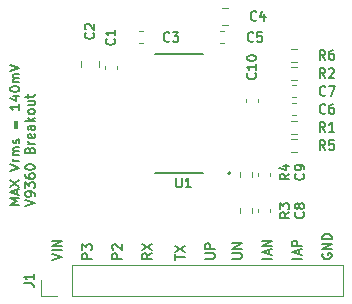
<source format=gbr>
%TF.GenerationSoftware,KiCad,Pcbnew,7.0.7*%
%TF.CreationDate,2025-01-01T22:23:07+10:30*%
%TF.ProjectId,V9360_Breakout,56393336-305f-4427-9265-616b6f75742e,rev?*%
%TF.SameCoordinates,Original*%
%TF.FileFunction,Legend,Top*%
%TF.FilePolarity,Positive*%
%FSLAX46Y46*%
G04 Gerber Fmt 4.6, Leading zero omitted, Abs format (unit mm)*
G04 Created by KiCad (PCBNEW 7.0.7) date 2025-01-01 22:23:07*
%MOMM*%
%LPD*%
G01*
G04 APERTURE LIST*
%ADD10C,0.200000*%
%ADD11C,0.120000*%
%ADD12C,0.127000*%
G04 APERTURE END LIST*
D10*
X138283695Y-106726231D02*
X138283695Y-106269088D01*
X139083695Y-106497660D02*
X138283695Y-106497660D01*
X138283695Y-106078612D02*
X139083695Y-105545278D01*
X138283695Y-105545278D02*
X139083695Y-106078612D01*
X143109695Y-106611945D02*
X143757314Y-106611945D01*
X143757314Y-106611945D02*
X143833504Y-106573850D01*
X143833504Y-106573850D02*
X143871600Y-106535755D01*
X143871600Y-106535755D02*
X143909695Y-106459564D01*
X143909695Y-106459564D02*
X143909695Y-106307183D01*
X143909695Y-106307183D02*
X143871600Y-106230993D01*
X143871600Y-106230993D02*
X143833504Y-106192898D01*
X143833504Y-106192898D02*
X143757314Y-106154802D01*
X143757314Y-106154802D02*
X143109695Y-106154802D01*
X143909695Y-105773850D02*
X143109695Y-105773850D01*
X143109695Y-105773850D02*
X143909695Y-105316707D01*
X143909695Y-105316707D02*
X143109695Y-105316707D01*
X140823695Y-106611945D02*
X141471314Y-106611945D01*
X141471314Y-106611945D02*
X141547504Y-106573850D01*
X141547504Y-106573850D02*
X141585600Y-106535755D01*
X141585600Y-106535755D02*
X141623695Y-106459564D01*
X141623695Y-106459564D02*
X141623695Y-106307183D01*
X141623695Y-106307183D02*
X141585600Y-106230993D01*
X141585600Y-106230993D02*
X141547504Y-106192898D01*
X141547504Y-106192898D02*
X141471314Y-106154802D01*
X141471314Y-106154802D02*
X140823695Y-106154802D01*
X141623695Y-105773850D02*
X140823695Y-105773850D01*
X140823695Y-105773850D02*
X140823695Y-105469088D01*
X140823695Y-105469088D02*
X140861790Y-105392898D01*
X140861790Y-105392898D02*
X140899885Y-105354803D01*
X140899885Y-105354803D02*
X140976076Y-105316707D01*
X140976076Y-105316707D02*
X141090361Y-105316707D01*
X141090361Y-105316707D02*
X141166552Y-105354803D01*
X141166552Y-105354803D02*
X141204647Y-105392898D01*
X141204647Y-105392898D02*
X141242742Y-105469088D01*
X141242742Y-105469088D02*
X141242742Y-105773850D01*
X150767790Y-106192898D02*
X150729695Y-106269088D01*
X150729695Y-106269088D02*
X150729695Y-106383374D01*
X150729695Y-106383374D02*
X150767790Y-106497660D01*
X150767790Y-106497660D02*
X150843980Y-106573850D01*
X150843980Y-106573850D02*
X150920171Y-106611945D01*
X150920171Y-106611945D02*
X151072552Y-106650041D01*
X151072552Y-106650041D02*
X151186838Y-106650041D01*
X151186838Y-106650041D02*
X151339219Y-106611945D01*
X151339219Y-106611945D02*
X151415409Y-106573850D01*
X151415409Y-106573850D02*
X151491600Y-106497660D01*
X151491600Y-106497660D02*
X151529695Y-106383374D01*
X151529695Y-106383374D02*
X151529695Y-106307183D01*
X151529695Y-106307183D02*
X151491600Y-106192898D01*
X151491600Y-106192898D02*
X151453504Y-106154802D01*
X151453504Y-106154802D02*
X151186838Y-106154802D01*
X151186838Y-106154802D02*
X151186838Y-106307183D01*
X151529695Y-105811945D02*
X150729695Y-105811945D01*
X150729695Y-105811945D02*
X151529695Y-105354802D01*
X151529695Y-105354802D02*
X150729695Y-105354802D01*
X151529695Y-104973850D02*
X150729695Y-104973850D01*
X150729695Y-104973850D02*
X150729695Y-104783374D01*
X150729695Y-104783374D02*
X150767790Y-104669088D01*
X150767790Y-104669088D02*
X150843980Y-104592898D01*
X150843980Y-104592898D02*
X150920171Y-104554803D01*
X150920171Y-104554803D02*
X151072552Y-104516707D01*
X151072552Y-104516707D02*
X151186838Y-104516707D01*
X151186838Y-104516707D02*
X151339219Y-104554803D01*
X151339219Y-104554803D02*
X151415409Y-104592898D01*
X151415409Y-104592898D02*
X151491600Y-104669088D01*
X151491600Y-104669088D02*
X151529695Y-104783374D01*
X151529695Y-104783374D02*
X151529695Y-104973850D01*
X125095695Y-102039945D02*
X124295695Y-102039945D01*
X124295695Y-102039945D02*
X124867123Y-101773279D01*
X124867123Y-101773279D02*
X124295695Y-101506612D01*
X124295695Y-101506612D02*
X125095695Y-101506612D01*
X124867123Y-101163755D02*
X124867123Y-100782802D01*
X125095695Y-101239945D02*
X124295695Y-100973278D01*
X124295695Y-100973278D02*
X125095695Y-100706612D01*
X124295695Y-100516136D02*
X125095695Y-99982802D01*
X124295695Y-99982802D02*
X125095695Y-100516136D01*
X124295695Y-99182802D02*
X125095695Y-98916135D01*
X125095695Y-98916135D02*
X124295695Y-98649469D01*
X125095695Y-98382802D02*
X124562361Y-98382802D01*
X124714742Y-98382802D02*
X124638552Y-98344707D01*
X124638552Y-98344707D02*
X124600457Y-98306612D01*
X124600457Y-98306612D02*
X124562361Y-98230421D01*
X124562361Y-98230421D02*
X124562361Y-98154231D01*
X125095695Y-97887564D02*
X124562361Y-97887564D01*
X124638552Y-97887564D02*
X124600457Y-97849469D01*
X124600457Y-97849469D02*
X124562361Y-97773279D01*
X124562361Y-97773279D02*
X124562361Y-97658993D01*
X124562361Y-97658993D02*
X124600457Y-97582802D01*
X124600457Y-97582802D02*
X124676647Y-97544707D01*
X124676647Y-97544707D02*
X125095695Y-97544707D01*
X124676647Y-97544707D02*
X124600457Y-97506612D01*
X124600457Y-97506612D02*
X124562361Y-97430421D01*
X124562361Y-97430421D02*
X124562361Y-97316136D01*
X124562361Y-97316136D02*
X124600457Y-97239945D01*
X124600457Y-97239945D02*
X124676647Y-97201850D01*
X124676647Y-97201850D02*
X125095695Y-97201850D01*
X125057600Y-96858993D02*
X125095695Y-96782802D01*
X125095695Y-96782802D02*
X125095695Y-96630421D01*
X125095695Y-96630421D02*
X125057600Y-96554231D01*
X125057600Y-96554231D02*
X124981409Y-96516135D01*
X124981409Y-96516135D02*
X124943314Y-96516135D01*
X124943314Y-96516135D02*
X124867123Y-96554231D01*
X124867123Y-96554231D02*
X124829028Y-96630421D01*
X124829028Y-96630421D02*
X124829028Y-96744707D01*
X124829028Y-96744707D02*
X124790933Y-96820897D01*
X124790933Y-96820897D02*
X124714742Y-96858993D01*
X124714742Y-96858993D02*
X124676647Y-96858993D01*
X124676647Y-96858993D02*
X124600457Y-96820897D01*
X124600457Y-96820897D02*
X124562361Y-96744707D01*
X124562361Y-96744707D02*
X124562361Y-96630421D01*
X124562361Y-96630421D02*
X124600457Y-96554231D01*
X124676647Y-95563754D02*
X124676647Y-94954231D01*
X124905219Y-94954231D02*
X124905219Y-95563754D01*
X125095695Y-93544707D02*
X125095695Y-94001850D01*
X125095695Y-93773278D02*
X124295695Y-93773278D01*
X124295695Y-93773278D02*
X124409980Y-93849469D01*
X124409980Y-93849469D02*
X124486171Y-93925659D01*
X124486171Y-93925659D02*
X124524266Y-94001850D01*
X124562361Y-92858992D02*
X125095695Y-92858992D01*
X124257600Y-93049468D02*
X124829028Y-93239945D01*
X124829028Y-93239945D02*
X124829028Y-92744706D01*
X124295695Y-92287563D02*
X124295695Y-92211373D01*
X124295695Y-92211373D02*
X124333790Y-92135182D01*
X124333790Y-92135182D02*
X124371885Y-92097087D01*
X124371885Y-92097087D02*
X124448076Y-92058992D01*
X124448076Y-92058992D02*
X124600457Y-92020897D01*
X124600457Y-92020897D02*
X124790933Y-92020897D01*
X124790933Y-92020897D02*
X124943314Y-92058992D01*
X124943314Y-92058992D02*
X125019504Y-92097087D01*
X125019504Y-92097087D02*
X125057600Y-92135182D01*
X125057600Y-92135182D02*
X125095695Y-92211373D01*
X125095695Y-92211373D02*
X125095695Y-92287563D01*
X125095695Y-92287563D02*
X125057600Y-92363754D01*
X125057600Y-92363754D02*
X125019504Y-92401849D01*
X125019504Y-92401849D02*
X124943314Y-92439944D01*
X124943314Y-92439944D02*
X124790933Y-92478040D01*
X124790933Y-92478040D02*
X124600457Y-92478040D01*
X124600457Y-92478040D02*
X124448076Y-92439944D01*
X124448076Y-92439944D02*
X124371885Y-92401849D01*
X124371885Y-92401849D02*
X124333790Y-92363754D01*
X124333790Y-92363754D02*
X124295695Y-92287563D01*
X125095695Y-91678039D02*
X124562361Y-91678039D01*
X124638552Y-91678039D02*
X124600457Y-91639944D01*
X124600457Y-91639944D02*
X124562361Y-91563754D01*
X124562361Y-91563754D02*
X124562361Y-91449468D01*
X124562361Y-91449468D02*
X124600457Y-91373277D01*
X124600457Y-91373277D02*
X124676647Y-91335182D01*
X124676647Y-91335182D02*
X125095695Y-91335182D01*
X124676647Y-91335182D02*
X124600457Y-91297087D01*
X124600457Y-91297087D02*
X124562361Y-91220896D01*
X124562361Y-91220896D02*
X124562361Y-91106611D01*
X124562361Y-91106611D02*
X124600457Y-91030420D01*
X124600457Y-91030420D02*
X124676647Y-90992325D01*
X124676647Y-90992325D02*
X125095695Y-90992325D01*
X124295695Y-90725658D02*
X125095695Y-90458991D01*
X125095695Y-90458991D02*
X124295695Y-90192325D01*
X125583695Y-102154231D02*
X126383695Y-101887564D01*
X126383695Y-101887564D02*
X125583695Y-101620898D01*
X126383695Y-101316136D02*
X126383695Y-101163755D01*
X126383695Y-101163755D02*
X126345600Y-101087565D01*
X126345600Y-101087565D02*
X126307504Y-101049469D01*
X126307504Y-101049469D02*
X126193219Y-100973279D01*
X126193219Y-100973279D02*
X126040838Y-100935184D01*
X126040838Y-100935184D02*
X125736076Y-100935184D01*
X125736076Y-100935184D02*
X125659885Y-100973279D01*
X125659885Y-100973279D02*
X125621790Y-101011374D01*
X125621790Y-101011374D02*
X125583695Y-101087565D01*
X125583695Y-101087565D02*
X125583695Y-101239946D01*
X125583695Y-101239946D02*
X125621790Y-101316136D01*
X125621790Y-101316136D02*
X125659885Y-101354231D01*
X125659885Y-101354231D02*
X125736076Y-101392327D01*
X125736076Y-101392327D02*
X125926552Y-101392327D01*
X125926552Y-101392327D02*
X126002742Y-101354231D01*
X126002742Y-101354231D02*
X126040838Y-101316136D01*
X126040838Y-101316136D02*
X126078933Y-101239946D01*
X126078933Y-101239946D02*
X126078933Y-101087565D01*
X126078933Y-101087565D02*
X126040838Y-101011374D01*
X126040838Y-101011374D02*
X126002742Y-100973279D01*
X126002742Y-100973279D02*
X125926552Y-100935184D01*
X125583695Y-100668517D02*
X125583695Y-100173279D01*
X125583695Y-100173279D02*
X125888457Y-100439945D01*
X125888457Y-100439945D02*
X125888457Y-100325660D01*
X125888457Y-100325660D02*
X125926552Y-100249469D01*
X125926552Y-100249469D02*
X125964647Y-100211374D01*
X125964647Y-100211374D02*
X126040838Y-100173279D01*
X126040838Y-100173279D02*
X126231314Y-100173279D01*
X126231314Y-100173279D02*
X126307504Y-100211374D01*
X126307504Y-100211374D02*
X126345600Y-100249469D01*
X126345600Y-100249469D02*
X126383695Y-100325660D01*
X126383695Y-100325660D02*
X126383695Y-100554231D01*
X126383695Y-100554231D02*
X126345600Y-100630422D01*
X126345600Y-100630422D02*
X126307504Y-100668517D01*
X125583695Y-99487564D02*
X125583695Y-99639945D01*
X125583695Y-99639945D02*
X125621790Y-99716136D01*
X125621790Y-99716136D02*
X125659885Y-99754231D01*
X125659885Y-99754231D02*
X125774171Y-99830421D01*
X125774171Y-99830421D02*
X125926552Y-99868517D01*
X125926552Y-99868517D02*
X126231314Y-99868517D01*
X126231314Y-99868517D02*
X126307504Y-99830421D01*
X126307504Y-99830421D02*
X126345600Y-99792326D01*
X126345600Y-99792326D02*
X126383695Y-99716136D01*
X126383695Y-99716136D02*
X126383695Y-99563755D01*
X126383695Y-99563755D02*
X126345600Y-99487564D01*
X126345600Y-99487564D02*
X126307504Y-99449469D01*
X126307504Y-99449469D02*
X126231314Y-99411374D01*
X126231314Y-99411374D02*
X126040838Y-99411374D01*
X126040838Y-99411374D02*
X125964647Y-99449469D01*
X125964647Y-99449469D02*
X125926552Y-99487564D01*
X125926552Y-99487564D02*
X125888457Y-99563755D01*
X125888457Y-99563755D02*
X125888457Y-99716136D01*
X125888457Y-99716136D02*
X125926552Y-99792326D01*
X125926552Y-99792326D02*
X125964647Y-99830421D01*
X125964647Y-99830421D02*
X126040838Y-99868517D01*
X125583695Y-98916135D02*
X125583695Y-98839945D01*
X125583695Y-98839945D02*
X125621790Y-98763754D01*
X125621790Y-98763754D02*
X125659885Y-98725659D01*
X125659885Y-98725659D02*
X125736076Y-98687564D01*
X125736076Y-98687564D02*
X125888457Y-98649469D01*
X125888457Y-98649469D02*
X126078933Y-98649469D01*
X126078933Y-98649469D02*
X126231314Y-98687564D01*
X126231314Y-98687564D02*
X126307504Y-98725659D01*
X126307504Y-98725659D02*
X126345600Y-98763754D01*
X126345600Y-98763754D02*
X126383695Y-98839945D01*
X126383695Y-98839945D02*
X126383695Y-98916135D01*
X126383695Y-98916135D02*
X126345600Y-98992326D01*
X126345600Y-98992326D02*
X126307504Y-99030421D01*
X126307504Y-99030421D02*
X126231314Y-99068516D01*
X126231314Y-99068516D02*
X126078933Y-99106612D01*
X126078933Y-99106612D02*
X125888457Y-99106612D01*
X125888457Y-99106612D02*
X125736076Y-99068516D01*
X125736076Y-99068516D02*
X125659885Y-99030421D01*
X125659885Y-99030421D02*
X125621790Y-98992326D01*
X125621790Y-98992326D02*
X125583695Y-98916135D01*
X125964647Y-97430421D02*
X126002742Y-97316135D01*
X126002742Y-97316135D02*
X126040838Y-97278040D01*
X126040838Y-97278040D02*
X126117028Y-97239944D01*
X126117028Y-97239944D02*
X126231314Y-97239944D01*
X126231314Y-97239944D02*
X126307504Y-97278040D01*
X126307504Y-97278040D02*
X126345600Y-97316135D01*
X126345600Y-97316135D02*
X126383695Y-97392325D01*
X126383695Y-97392325D02*
X126383695Y-97697087D01*
X126383695Y-97697087D02*
X125583695Y-97697087D01*
X125583695Y-97697087D02*
X125583695Y-97430421D01*
X125583695Y-97430421D02*
X125621790Y-97354230D01*
X125621790Y-97354230D02*
X125659885Y-97316135D01*
X125659885Y-97316135D02*
X125736076Y-97278040D01*
X125736076Y-97278040D02*
X125812266Y-97278040D01*
X125812266Y-97278040D02*
X125888457Y-97316135D01*
X125888457Y-97316135D02*
X125926552Y-97354230D01*
X125926552Y-97354230D02*
X125964647Y-97430421D01*
X125964647Y-97430421D02*
X125964647Y-97697087D01*
X126383695Y-96897087D02*
X125850361Y-96897087D01*
X126002742Y-96897087D02*
X125926552Y-96858992D01*
X125926552Y-96858992D02*
X125888457Y-96820897D01*
X125888457Y-96820897D02*
X125850361Y-96744706D01*
X125850361Y-96744706D02*
X125850361Y-96668516D01*
X126345600Y-96097087D02*
X126383695Y-96173278D01*
X126383695Y-96173278D02*
X126383695Y-96325659D01*
X126383695Y-96325659D02*
X126345600Y-96401849D01*
X126345600Y-96401849D02*
X126269409Y-96439945D01*
X126269409Y-96439945D02*
X125964647Y-96439945D01*
X125964647Y-96439945D02*
X125888457Y-96401849D01*
X125888457Y-96401849D02*
X125850361Y-96325659D01*
X125850361Y-96325659D02*
X125850361Y-96173278D01*
X125850361Y-96173278D02*
X125888457Y-96097087D01*
X125888457Y-96097087D02*
X125964647Y-96058992D01*
X125964647Y-96058992D02*
X126040838Y-96058992D01*
X126040838Y-96058992D02*
X126117028Y-96439945D01*
X126383695Y-95373278D02*
X125964647Y-95373278D01*
X125964647Y-95373278D02*
X125888457Y-95411373D01*
X125888457Y-95411373D02*
X125850361Y-95487564D01*
X125850361Y-95487564D02*
X125850361Y-95639945D01*
X125850361Y-95639945D02*
X125888457Y-95716135D01*
X126345600Y-95373278D02*
X126383695Y-95449469D01*
X126383695Y-95449469D02*
X126383695Y-95639945D01*
X126383695Y-95639945D02*
X126345600Y-95716135D01*
X126345600Y-95716135D02*
X126269409Y-95754231D01*
X126269409Y-95754231D02*
X126193219Y-95754231D01*
X126193219Y-95754231D02*
X126117028Y-95716135D01*
X126117028Y-95716135D02*
X126078933Y-95639945D01*
X126078933Y-95639945D02*
X126078933Y-95449469D01*
X126078933Y-95449469D02*
X126040838Y-95373278D01*
X126383695Y-94992325D02*
X125583695Y-94992325D01*
X126078933Y-94916135D02*
X126383695Y-94687563D01*
X125850361Y-94687563D02*
X126155123Y-94992325D01*
X126383695Y-94230421D02*
X126345600Y-94306611D01*
X126345600Y-94306611D02*
X126307504Y-94344706D01*
X126307504Y-94344706D02*
X126231314Y-94382802D01*
X126231314Y-94382802D02*
X126002742Y-94382802D01*
X126002742Y-94382802D02*
X125926552Y-94344706D01*
X125926552Y-94344706D02*
X125888457Y-94306611D01*
X125888457Y-94306611D02*
X125850361Y-94230421D01*
X125850361Y-94230421D02*
X125850361Y-94116135D01*
X125850361Y-94116135D02*
X125888457Y-94039944D01*
X125888457Y-94039944D02*
X125926552Y-94001849D01*
X125926552Y-94001849D02*
X126002742Y-93963754D01*
X126002742Y-93963754D02*
X126231314Y-93963754D01*
X126231314Y-93963754D02*
X126307504Y-94001849D01*
X126307504Y-94001849D02*
X126345600Y-94039944D01*
X126345600Y-94039944D02*
X126383695Y-94116135D01*
X126383695Y-94116135D02*
X126383695Y-94230421D01*
X125850361Y-93278039D02*
X126383695Y-93278039D01*
X125850361Y-93620896D02*
X126269409Y-93620896D01*
X126269409Y-93620896D02*
X126345600Y-93582801D01*
X126345600Y-93582801D02*
X126383695Y-93506611D01*
X126383695Y-93506611D02*
X126383695Y-93392325D01*
X126383695Y-93392325D02*
X126345600Y-93316134D01*
X126345600Y-93316134D02*
X126307504Y-93278039D01*
X125850361Y-93011372D02*
X125850361Y-92706610D01*
X125583695Y-92897086D02*
X126269409Y-92897086D01*
X126269409Y-92897086D02*
X126345600Y-92858991D01*
X126345600Y-92858991D02*
X126383695Y-92782801D01*
X126383695Y-92782801D02*
X126383695Y-92706610D01*
X146449695Y-106611945D02*
X145649695Y-106611945D01*
X146221123Y-106269089D02*
X146221123Y-105888136D01*
X146449695Y-106345279D02*
X145649695Y-106078612D01*
X145649695Y-106078612D02*
X146449695Y-105811946D01*
X146449695Y-105545279D02*
X145649695Y-105545279D01*
X145649695Y-105545279D02*
X146449695Y-105088136D01*
X146449695Y-105088136D02*
X145649695Y-105088136D01*
X131209695Y-106611945D02*
X130409695Y-106611945D01*
X130409695Y-106611945D02*
X130409695Y-106307183D01*
X130409695Y-106307183D02*
X130447790Y-106230993D01*
X130447790Y-106230993D02*
X130485885Y-106192898D01*
X130485885Y-106192898D02*
X130562076Y-106154802D01*
X130562076Y-106154802D02*
X130676361Y-106154802D01*
X130676361Y-106154802D02*
X130752552Y-106192898D01*
X130752552Y-106192898D02*
X130790647Y-106230993D01*
X130790647Y-106230993D02*
X130828742Y-106307183D01*
X130828742Y-106307183D02*
X130828742Y-106611945D01*
X130409695Y-105888136D02*
X130409695Y-105392898D01*
X130409695Y-105392898D02*
X130714457Y-105659564D01*
X130714457Y-105659564D02*
X130714457Y-105545279D01*
X130714457Y-105545279D02*
X130752552Y-105469088D01*
X130752552Y-105469088D02*
X130790647Y-105430993D01*
X130790647Y-105430993D02*
X130866838Y-105392898D01*
X130866838Y-105392898D02*
X131057314Y-105392898D01*
X131057314Y-105392898D02*
X131133504Y-105430993D01*
X131133504Y-105430993D02*
X131171600Y-105469088D01*
X131171600Y-105469088D02*
X131209695Y-105545279D01*
X131209695Y-105545279D02*
X131209695Y-105773850D01*
X131209695Y-105773850D02*
X131171600Y-105850041D01*
X131171600Y-105850041D02*
X131133504Y-105888136D01*
X148989695Y-106611945D02*
X148189695Y-106611945D01*
X148761123Y-106269089D02*
X148761123Y-105888136D01*
X148989695Y-106345279D02*
X148189695Y-106078612D01*
X148189695Y-106078612D02*
X148989695Y-105811946D01*
X148989695Y-105545279D02*
X148189695Y-105545279D01*
X148189695Y-105545279D02*
X148189695Y-105240517D01*
X148189695Y-105240517D02*
X148227790Y-105164327D01*
X148227790Y-105164327D02*
X148265885Y-105126232D01*
X148265885Y-105126232D02*
X148342076Y-105088136D01*
X148342076Y-105088136D02*
X148456361Y-105088136D01*
X148456361Y-105088136D02*
X148532552Y-105126232D01*
X148532552Y-105126232D02*
X148570647Y-105164327D01*
X148570647Y-105164327D02*
X148608742Y-105240517D01*
X148608742Y-105240517D02*
X148608742Y-105545279D01*
X133749695Y-106611945D02*
X132949695Y-106611945D01*
X132949695Y-106611945D02*
X132949695Y-106307183D01*
X132949695Y-106307183D02*
X132987790Y-106230993D01*
X132987790Y-106230993D02*
X133025885Y-106192898D01*
X133025885Y-106192898D02*
X133102076Y-106154802D01*
X133102076Y-106154802D02*
X133216361Y-106154802D01*
X133216361Y-106154802D02*
X133292552Y-106192898D01*
X133292552Y-106192898D02*
X133330647Y-106230993D01*
X133330647Y-106230993D02*
X133368742Y-106307183D01*
X133368742Y-106307183D02*
X133368742Y-106611945D01*
X133025885Y-105850041D02*
X132987790Y-105811945D01*
X132987790Y-105811945D02*
X132949695Y-105735755D01*
X132949695Y-105735755D02*
X132949695Y-105545279D01*
X132949695Y-105545279D02*
X132987790Y-105469088D01*
X132987790Y-105469088D02*
X133025885Y-105430993D01*
X133025885Y-105430993D02*
X133102076Y-105392898D01*
X133102076Y-105392898D02*
X133178266Y-105392898D01*
X133178266Y-105392898D02*
X133292552Y-105430993D01*
X133292552Y-105430993D02*
X133749695Y-105888136D01*
X133749695Y-105888136D02*
X133749695Y-105392898D01*
X136289695Y-106154802D02*
X135908742Y-106421469D01*
X136289695Y-106611945D02*
X135489695Y-106611945D01*
X135489695Y-106611945D02*
X135489695Y-106307183D01*
X135489695Y-106307183D02*
X135527790Y-106230993D01*
X135527790Y-106230993D02*
X135565885Y-106192898D01*
X135565885Y-106192898D02*
X135642076Y-106154802D01*
X135642076Y-106154802D02*
X135756361Y-106154802D01*
X135756361Y-106154802D02*
X135832552Y-106192898D01*
X135832552Y-106192898D02*
X135870647Y-106230993D01*
X135870647Y-106230993D02*
X135908742Y-106307183D01*
X135908742Y-106307183D02*
X135908742Y-106611945D01*
X135489695Y-105888136D02*
X136289695Y-105354802D01*
X135489695Y-105354802D02*
X136289695Y-105888136D01*
X127869695Y-106726231D02*
X128669695Y-106459564D01*
X128669695Y-106459564D02*
X127869695Y-106192898D01*
X128669695Y-105926231D02*
X127869695Y-105926231D01*
X128669695Y-105545279D02*
X127869695Y-105545279D01*
X127869695Y-105545279D02*
X128669695Y-105088136D01*
X128669695Y-105088136D02*
X127869695Y-105088136D01*
X150996667Y-92739504D02*
X150958571Y-92777600D01*
X150958571Y-92777600D02*
X150844286Y-92815695D01*
X150844286Y-92815695D02*
X150768095Y-92815695D01*
X150768095Y-92815695D02*
X150653809Y-92777600D01*
X150653809Y-92777600D02*
X150577619Y-92701409D01*
X150577619Y-92701409D02*
X150539524Y-92625219D01*
X150539524Y-92625219D02*
X150501428Y-92472838D01*
X150501428Y-92472838D02*
X150501428Y-92358552D01*
X150501428Y-92358552D02*
X150539524Y-92206171D01*
X150539524Y-92206171D02*
X150577619Y-92129980D01*
X150577619Y-92129980D02*
X150653809Y-92053790D01*
X150653809Y-92053790D02*
X150768095Y-92015695D01*
X150768095Y-92015695D02*
X150844286Y-92015695D01*
X150844286Y-92015695D02*
X150958571Y-92053790D01*
X150958571Y-92053790D02*
X150996667Y-92091885D01*
X151263333Y-92015695D02*
X151796667Y-92015695D01*
X151796667Y-92015695D02*
X151453809Y-92815695D01*
X145154667Y-86389504D02*
X145116571Y-86427600D01*
X145116571Y-86427600D02*
X145002286Y-86465695D01*
X145002286Y-86465695D02*
X144926095Y-86465695D01*
X144926095Y-86465695D02*
X144811809Y-86427600D01*
X144811809Y-86427600D02*
X144735619Y-86351409D01*
X144735619Y-86351409D02*
X144697524Y-86275219D01*
X144697524Y-86275219D02*
X144659428Y-86122838D01*
X144659428Y-86122838D02*
X144659428Y-86008552D01*
X144659428Y-86008552D02*
X144697524Y-85856171D01*
X144697524Y-85856171D02*
X144735619Y-85779980D01*
X144735619Y-85779980D02*
X144811809Y-85703790D01*
X144811809Y-85703790D02*
X144926095Y-85665695D01*
X144926095Y-85665695D02*
X145002286Y-85665695D01*
X145002286Y-85665695D02*
X145116571Y-85703790D01*
X145116571Y-85703790D02*
X145154667Y-85741885D01*
X145840381Y-85932361D02*
X145840381Y-86465695D01*
X145649905Y-85627600D02*
X145459428Y-86199028D01*
X145459428Y-86199028D02*
X145954667Y-86199028D01*
X131347504Y-87509332D02*
X131385600Y-87547428D01*
X131385600Y-87547428D02*
X131423695Y-87661713D01*
X131423695Y-87661713D02*
X131423695Y-87737904D01*
X131423695Y-87737904D02*
X131385600Y-87852190D01*
X131385600Y-87852190D02*
X131309409Y-87928380D01*
X131309409Y-87928380D02*
X131233219Y-87966475D01*
X131233219Y-87966475D02*
X131080838Y-88004571D01*
X131080838Y-88004571D02*
X130966552Y-88004571D01*
X130966552Y-88004571D02*
X130814171Y-87966475D01*
X130814171Y-87966475D02*
X130737980Y-87928380D01*
X130737980Y-87928380D02*
X130661790Y-87852190D01*
X130661790Y-87852190D02*
X130623695Y-87737904D01*
X130623695Y-87737904D02*
X130623695Y-87661713D01*
X130623695Y-87661713D02*
X130661790Y-87547428D01*
X130661790Y-87547428D02*
X130699885Y-87509332D01*
X130699885Y-87204571D02*
X130661790Y-87166475D01*
X130661790Y-87166475D02*
X130623695Y-87090285D01*
X130623695Y-87090285D02*
X130623695Y-86899809D01*
X130623695Y-86899809D02*
X130661790Y-86823618D01*
X130661790Y-86823618D02*
X130699885Y-86785523D01*
X130699885Y-86785523D02*
X130776076Y-86747428D01*
X130776076Y-86747428D02*
X130852266Y-86747428D01*
X130852266Y-86747428D02*
X130966552Y-86785523D01*
X130966552Y-86785523D02*
X131423695Y-87242666D01*
X131423695Y-87242666D02*
X131423695Y-86747428D01*
X150996667Y-97387695D02*
X150730000Y-97006742D01*
X150539524Y-97387695D02*
X150539524Y-96587695D01*
X150539524Y-96587695D02*
X150844286Y-96587695D01*
X150844286Y-96587695D02*
X150920476Y-96625790D01*
X150920476Y-96625790D02*
X150958571Y-96663885D01*
X150958571Y-96663885D02*
X150996667Y-96740076D01*
X150996667Y-96740076D02*
X150996667Y-96854361D01*
X150996667Y-96854361D02*
X150958571Y-96930552D01*
X150958571Y-96930552D02*
X150920476Y-96968647D01*
X150920476Y-96968647D02*
X150844286Y-97006742D01*
X150844286Y-97006742D02*
X150539524Y-97006742D01*
X151720476Y-96587695D02*
X151339524Y-96587695D01*
X151339524Y-96587695D02*
X151301428Y-96968647D01*
X151301428Y-96968647D02*
X151339524Y-96930552D01*
X151339524Y-96930552D02*
X151415714Y-96892457D01*
X151415714Y-96892457D02*
X151606190Y-96892457D01*
X151606190Y-96892457D02*
X151682381Y-96930552D01*
X151682381Y-96930552D02*
X151720476Y-96968647D01*
X151720476Y-96968647D02*
X151758571Y-97044838D01*
X151758571Y-97044838D02*
X151758571Y-97235314D01*
X151758571Y-97235314D02*
X151720476Y-97311504D01*
X151720476Y-97311504D02*
X151682381Y-97349600D01*
X151682381Y-97349600D02*
X151606190Y-97387695D01*
X151606190Y-97387695D02*
X151415714Y-97387695D01*
X151415714Y-97387695D02*
X151339524Y-97349600D01*
X151339524Y-97349600D02*
X151301428Y-97311504D01*
X144900667Y-88167504D02*
X144862571Y-88205600D01*
X144862571Y-88205600D02*
X144748286Y-88243695D01*
X144748286Y-88243695D02*
X144672095Y-88243695D01*
X144672095Y-88243695D02*
X144557809Y-88205600D01*
X144557809Y-88205600D02*
X144481619Y-88129409D01*
X144481619Y-88129409D02*
X144443524Y-88053219D01*
X144443524Y-88053219D02*
X144405428Y-87900838D01*
X144405428Y-87900838D02*
X144405428Y-87786552D01*
X144405428Y-87786552D02*
X144443524Y-87634171D01*
X144443524Y-87634171D02*
X144481619Y-87557980D01*
X144481619Y-87557980D02*
X144557809Y-87481790D01*
X144557809Y-87481790D02*
X144672095Y-87443695D01*
X144672095Y-87443695D02*
X144748286Y-87443695D01*
X144748286Y-87443695D02*
X144862571Y-87481790D01*
X144862571Y-87481790D02*
X144900667Y-87519885D01*
X145624476Y-87443695D02*
X145243524Y-87443695D01*
X145243524Y-87443695D02*
X145205428Y-87824647D01*
X145205428Y-87824647D02*
X145243524Y-87786552D01*
X145243524Y-87786552D02*
X145319714Y-87748457D01*
X145319714Y-87748457D02*
X145510190Y-87748457D01*
X145510190Y-87748457D02*
X145586381Y-87786552D01*
X145586381Y-87786552D02*
X145624476Y-87824647D01*
X145624476Y-87824647D02*
X145662571Y-87900838D01*
X145662571Y-87900838D02*
X145662571Y-88091314D01*
X145662571Y-88091314D02*
X145624476Y-88167504D01*
X145624476Y-88167504D02*
X145586381Y-88205600D01*
X145586381Y-88205600D02*
X145510190Y-88243695D01*
X145510190Y-88243695D02*
X145319714Y-88243695D01*
X145319714Y-88243695D02*
X145243524Y-88205600D01*
X145243524Y-88205600D02*
X145205428Y-88167504D01*
X150996667Y-95863695D02*
X150730000Y-95482742D01*
X150539524Y-95863695D02*
X150539524Y-95063695D01*
X150539524Y-95063695D02*
X150844286Y-95063695D01*
X150844286Y-95063695D02*
X150920476Y-95101790D01*
X150920476Y-95101790D02*
X150958571Y-95139885D01*
X150958571Y-95139885D02*
X150996667Y-95216076D01*
X150996667Y-95216076D02*
X150996667Y-95330361D01*
X150996667Y-95330361D02*
X150958571Y-95406552D01*
X150958571Y-95406552D02*
X150920476Y-95444647D01*
X150920476Y-95444647D02*
X150844286Y-95482742D01*
X150844286Y-95482742D02*
X150539524Y-95482742D01*
X151758571Y-95863695D02*
X151301428Y-95863695D01*
X151530000Y-95863695D02*
X151530000Y-95063695D01*
X151530000Y-95063695D02*
X151453809Y-95177980D01*
X151453809Y-95177980D02*
X151377619Y-95254171D01*
X151377619Y-95254171D02*
X151301428Y-95292266D01*
X138360476Y-99782695D02*
X138360476Y-100430314D01*
X138360476Y-100430314D02*
X138398571Y-100506504D01*
X138398571Y-100506504D02*
X138436666Y-100544600D01*
X138436666Y-100544600D02*
X138512857Y-100582695D01*
X138512857Y-100582695D02*
X138665238Y-100582695D01*
X138665238Y-100582695D02*
X138741428Y-100544600D01*
X138741428Y-100544600D02*
X138779523Y-100506504D01*
X138779523Y-100506504D02*
X138817619Y-100430314D01*
X138817619Y-100430314D02*
X138817619Y-99782695D01*
X139617618Y-100582695D02*
X139160475Y-100582695D01*
X139389047Y-100582695D02*
X139389047Y-99782695D01*
X139389047Y-99782695D02*
X139312856Y-99896980D01*
X139312856Y-99896980D02*
X139236666Y-99973171D01*
X139236666Y-99973171D02*
X139160475Y-100011266D01*
X147933695Y-99447332D02*
X147552742Y-99713999D01*
X147933695Y-99904475D02*
X147133695Y-99904475D01*
X147133695Y-99904475D02*
X147133695Y-99599713D01*
X147133695Y-99599713D02*
X147171790Y-99523523D01*
X147171790Y-99523523D02*
X147209885Y-99485428D01*
X147209885Y-99485428D02*
X147286076Y-99447332D01*
X147286076Y-99447332D02*
X147400361Y-99447332D01*
X147400361Y-99447332D02*
X147476552Y-99485428D01*
X147476552Y-99485428D02*
X147514647Y-99523523D01*
X147514647Y-99523523D02*
X147552742Y-99599713D01*
X147552742Y-99599713D02*
X147552742Y-99904475D01*
X147400361Y-98761618D02*
X147933695Y-98761618D01*
X147095600Y-98952094D02*
X147667028Y-99142571D01*
X147667028Y-99142571D02*
X147667028Y-98647332D01*
X125499695Y-108724666D02*
X126071123Y-108724666D01*
X126071123Y-108724666D02*
X126185409Y-108762761D01*
X126185409Y-108762761D02*
X126261600Y-108838952D01*
X126261600Y-108838952D02*
X126299695Y-108953237D01*
X126299695Y-108953237D02*
X126299695Y-109029428D01*
X126299695Y-107924666D02*
X126299695Y-108381809D01*
X126299695Y-108153237D02*
X125499695Y-108153237D01*
X125499695Y-108153237D02*
X125613980Y-108229428D01*
X125613980Y-108229428D02*
X125690171Y-108305618D01*
X125690171Y-108305618D02*
X125728266Y-108381809D01*
X147933695Y-102686332D02*
X147552742Y-102952999D01*
X147933695Y-103143475D02*
X147133695Y-103143475D01*
X147133695Y-103143475D02*
X147133695Y-102838713D01*
X147133695Y-102838713D02*
X147171790Y-102762523D01*
X147171790Y-102762523D02*
X147209885Y-102724428D01*
X147209885Y-102724428D02*
X147286076Y-102686332D01*
X147286076Y-102686332D02*
X147400361Y-102686332D01*
X147400361Y-102686332D02*
X147476552Y-102724428D01*
X147476552Y-102724428D02*
X147514647Y-102762523D01*
X147514647Y-102762523D02*
X147552742Y-102838713D01*
X147552742Y-102838713D02*
X147552742Y-103143475D01*
X147133695Y-102419666D02*
X147133695Y-101924428D01*
X147133695Y-101924428D02*
X147438457Y-102191094D01*
X147438457Y-102191094D02*
X147438457Y-102076809D01*
X147438457Y-102076809D02*
X147476552Y-102000618D01*
X147476552Y-102000618D02*
X147514647Y-101962523D01*
X147514647Y-101962523D02*
X147590838Y-101924428D01*
X147590838Y-101924428D02*
X147781314Y-101924428D01*
X147781314Y-101924428D02*
X147857504Y-101962523D01*
X147857504Y-101962523D02*
X147895600Y-102000618D01*
X147895600Y-102000618D02*
X147933695Y-102076809D01*
X147933695Y-102076809D02*
X147933695Y-102305380D01*
X147933695Y-102305380D02*
X147895600Y-102381571D01*
X147895600Y-102381571D02*
X147857504Y-102419666D01*
X149127504Y-99447332D02*
X149165600Y-99485428D01*
X149165600Y-99485428D02*
X149203695Y-99599713D01*
X149203695Y-99599713D02*
X149203695Y-99675904D01*
X149203695Y-99675904D02*
X149165600Y-99790190D01*
X149165600Y-99790190D02*
X149089409Y-99866380D01*
X149089409Y-99866380D02*
X149013219Y-99904475D01*
X149013219Y-99904475D02*
X148860838Y-99942571D01*
X148860838Y-99942571D02*
X148746552Y-99942571D01*
X148746552Y-99942571D02*
X148594171Y-99904475D01*
X148594171Y-99904475D02*
X148517980Y-99866380D01*
X148517980Y-99866380D02*
X148441790Y-99790190D01*
X148441790Y-99790190D02*
X148403695Y-99675904D01*
X148403695Y-99675904D02*
X148403695Y-99599713D01*
X148403695Y-99599713D02*
X148441790Y-99485428D01*
X148441790Y-99485428D02*
X148479885Y-99447332D01*
X149203695Y-99066380D02*
X149203695Y-98913999D01*
X149203695Y-98913999D02*
X149165600Y-98837809D01*
X149165600Y-98837809D02*
X149127504Y-98799713D01*
X149127504Y-98799713D02*
X149013219Y-98723523D01*
X149013219Y-98723523D02*
X148860838Y-98685428D01*
X148860838Y-98685428D02*
X148556076Y-98685428D01*
X148556076Y-98685428D02*
X148479885Y-98723523D01*
X148479885Y-98723523D02*
X148441790Y-98761618D01*
X148441790Y-98761618D02*
X148403695Y-98837809D01*
X148403695Y-98837809D02*
X148403695Y-98990190D01*
X148403695Y-98990190D02*
X148441790Y-99066380D01*
X148441790Y-99066380D02*
X148479885Y-99104475D01*
X148479885Y-99104475D02*
X148556076Y-99142571D01*
X148556076Y-99142571D02*
X148746552Y-99142571D01*
X148746552Y-99142571D02*
X148822742Y-99104475D01*
X148822742Y-99104475D02*
X148860838Y-99066380D01*
X148860838Y-99066380D02*
X148898933Y-98990190D01*
X148898933Y-98990190D02*
X148898933Y-98837809D01*
X148898933Y-98837809D02*
X148860838Y-98761618D01*
X148860838Y-98761618D02*
X148822742Y-98723523D01*
X148822742Y-98723523D02*
X148746552Y-98685428D01*
X150996667Y-91291695D02*
X150730000Y-90910742D01*
X150539524Y-91291695D02*
X150539524Y-90491695D01*
X150539524Y-90491695D02*
X150844286Y-90491695D01*
X150844286Y-90491695D02*
X150920476Y-90529790D01*
X150920476Y-90529790D02*
X150958571Y-90567885D01*
X150958571Y-90567885D02*
X150996667Y-90644076D01*
X150996667Y-90644076D02*
X150996667Y-90758361D01*
X150996667Y-90758361D02*
X150958571Y-90834552D01*
X150958571Y-90834552D02*
X150920476Y-90872647D01*
X150920476Y-90872647D02*
X150844286Y-90910742D01*
X150844286Y-90910742D02*
X150539524Y-90910742D01*
X151301428Y-90567885D02*
X151339524Y-90529790D01*
X151339524Y-90529790D02*
X151415714Y-90491695D01*
X151415714Y-90491695D02*
X151606190Y-90491695D01*
X151606190Y-90491695D02*
X151682381Y-90529790D01*
X151682381Y-90529790D02*
X151720476Y-90567885D01*
X151720476Y-90567885D02*
X151758571Y-90644076D01*
X151758571Y-90644076D02*
X151758571Y-90720266D01*
X151758571Y-90720266D02*
X151720476Y-90834552D01*
X151720476Y-90834552D02*
X151263333Y-91291695D01*
X151263333Y-91291695D02*
X151758571Y-91291695D01*
X145063504Y-90938285D02*
X145101600Y-90976381D01*
X145101600Y-90976381D02*
X145139695Y-91090666D01*
X145139695Y-91090666D02*
X145139695Y-91166857D01*
X145139695Y-91166857D02*
X145101600Y-91281143D01*
X145101600Y-91281143D02*
X145025409Y-91357333D01*
X145025409Y-91357333D02*
X144949219Y-91395428D01*
X144949219Y-91395428D02*
X144796838Y-91433524D01*
X144796838Y-91433524D02*
X144682552Y-91433524D01*
X144682552Y-91433524D02*
X144530171Y-91395428D01*
X144530171Y-91395428D02*
X144453980Y-91357333D01*
X144453980Y-91357333D02*
X144377790Y-91281143D01*
X144377790Y-91281143D02*
X144339695Y-91166857D01*
X144339695Y-91166857D02*
X144339695Y-91090666D01*
X144339695Y-91090666D02*
X144377790Y-90976381D01*
X144377790Y-90976381D02*
X144415885Y-90938285D01*
X145139695Y-90176381D02*
X145139695Y-90633524D01*
X145139695Y-90404952D02*
X144339695Y-90404952D01*
X144339695Y-90404952D02*
X144453980Y-90481143D01*
X144453980Y-90481143D02*
X144530171Y-90557333D01*
X144530171Y-90557333D02*
X144568266Y-90633524D01*
X144339695Y-89681142D02*
X144339695Y-89604952D01*
X144339695Y-89604952D02*
X144377790Y-89528761D01*
X144377790Y-89528761D02*
X144415885Y-89490666D01*
X144415885Y-89490666D02*
X144492076Y-89452571D01*
X144492076Y-89452571D02*
X144644457Y-89414476D01*
X144644457Y-89414476D02*
X144834933Y-89414476D01*
X144834933Y-89414476D02*
X144987314Y-89452571D01*
X144987314Y-89452571D02*
X145063504Y-89490666D01*
X145063504Y-89490666D02*
X145101600Y-89528761D01*
X145101600Y-89528761D02*
X145139695Y-89604952D01*
X145139695Y-89604952D02*
X145139695Y-89681142D01*
X145139695Y-89681142D02*
X145101600Y-89757333D01*
X145101600Y-89757333D02*
X145063504Y-89795428D01*
X145063504Y-89795428D02*
X144987314Y-89833523D01*
X144987314Y-89833523D02*
X144834933Y-89871619D01*
X144834933Y-89871619D02*
X144644457Y-89871619D01*
X144644457Y-89871619D02*
X144492076Y-89833523D01*
X144492076Y-89833523D02*
X144415885Y-89795428D01*
X144415885Y-89795428D02*
X144377790Y-89757333D01*
X144377790Y-89757333D02*
X144339695Y-89681142D01*
X137788667Y-88167504D02*
X137750571Y-88205600D01*
X137750571Y-88205600D02*
X137636286Y-88243695D01*
X137636286Y-88243695D02*
X137560095Y-88243695D01*
X137560095Y-88243695D02*
X137445809Y-88205600D01*
X137445809Y-88205600D02*
X137369619Y-88129409D01*
X137369619Y-88129409D02*
X137331524Y-88053219D01*
X137331524Y-88053219D02*
X137293428Y-87900838D01*
X137293428Y-87900838D02*
X137293428Y-87786552D01*
X137293428Y-87786552D02*
X137331524Y-87634171D01*
X137331524Y-87634171D02*
X137369619Y-87557980D01*
X137369619Y-87557980D02*
X137445809Y-87481790D01*
X137445809Y-87481790D02*
X137560095Y-87443695D01*
X137560095Y-87443695D02*
X137636286Y-87443695D01*
X137636286Y-87443695D02*
X137750571Y-87481790D01*
X137750571Y-87481790D02*
X137788667Y-87519885D01*
X138055333Y-87443695D02*
X138550571Y-87443695D01*
X138550571Y-87443695D02*
X138283905Y-87748457D01*
X138283905Y-87748457D02*
X138398190Y-87748457D01*
X138398190Y-87748457D02*
X138474381Y-87786552D01*
X138474381Y-87786552D02*
X138512476Y-87824647D01*
X138512476Y-87824647D02*
X138550571Y-87900838D01*
X138550571Y-87900838D02*
X138550571Y-88091314D01*
X138550571Y-88091314D02*
X138512476Y-88167504D01*
X138512476Y-88167504D02*
X138474381Y-88205600D01*
X138474381Y-88205600D02*
X138398190Y-88243695D01*
X138398190Y-88243695D02*
X138169619Y-88243695D01*
X138169619Y-88243695D02*
X138093428Y-88205600D01*
X138093428Y-88205600D02*
X138055333Y-88167504D01*
X133125504Y-88017332D02*
X133163600Y-88055428D01*
X133163600Y-88055428D02*
X133201695Y-88169713D01*
X133201695Y-88169713D02*
X133201695Y-88245904D01*
X133201695Y-88245904D02*
X133163600Y-88360190D01*
X133163600Y-88360190D02*
X133087409Y-88436380D01*
X133087409Y-88436380D02*
X133011219Y-88474475D01*
X133011219Y-88474475D02*
X132858838Y-88512571D01*
X132858838Y-88512571D02*
X132744552Y-88512571D01*
X132744552Y-88512571D02*
X132592171Y-88474475D01*
X132592171Y-88474475D02*
X132515980Y-88436380D01*
X132515980Y-88436380D02*
X132439790Y-88360190D01*
X132439790Y-88360190D02*
X132401695Y-88245904D01*
X132401695Y-88245904D02*
X132401695Y-88169713D01*
X132401695Y-88169713D02*
X132439790Y-88055428D01*
X132439790Y-88055428D02*
X132477885Y-88017332D01*
X133201695Y-87255428D02*
X133201695Y-87712571D01*
X133201695Y-87483999D02*
X132401695Y-87483999D01*
X132401695Y-87483999D02*
X132515980Y-87560190D01*
X132515980Y-87560190D02*
X132592171Y-87636380D01*
X132592171Y-87636380D02*
X132630266Y-87712571D01*
X150996667Y-89767695D02*
X150730000Y-89386742D01*
X150539524Y-89767695D02*
X150539524Y-88967695D01*
X150539524Y-88967695D02*
X150844286Y-88967695D01*
X150844286Y-88967695D02*
X150920476Y-89005790D01*
X150920476Y-89005790D02*
X150958571Y-89043885D01*
X150958571Y-89043885D02*
X150996667Y-89120076D01*
X150996667Y-89120076D02*
X150996667Y-89234361D01*
X150996667Y-89234361D02*
X150958571Y-89310552D01*
X150958571Y-89310552D02*
X150920476Y-89348647D01*
X150920476Y-89348647D02*
X150844286Y-89386742D01*
X150844286Y-89386742D02*
X150539524Y-89386742D01*
X151682381Y-88967695D02*
X151530000Y-88967695D01*
X151530000Y-88967695D02*
X151453809Y-89005790D01*
X151453809Y-89005790D02*
X151415714Y-89043885D01*
X151415714Y-89043885D02*
X151339524Y-89158171D01*
X151339524Y-89158171D02*
X151301428Y-89310552D01*
X151301428Y-89310552D02*
X151301428Y-89615314D01*
X151301428Y-89615314D02*
X151339524Y-89691504D01*
X151339524Y-89691504D02*
X151377619Y-89729600D01*
X151377619Y-89729600D02*
X151453809Y-89767695D01*
X151453809Y-89767695D02*
X151606190Y-89767695D01*
X151606190Y-89767695D02*
X151682381Y-89729600D01*
X151682381Y-89729600D02*
X151720476Y-89691504D01*
X151720476Y-89691504D02*
X151758571Y-89615314D01*
X151758571Y-89615314D02*
X151758571Y-89424838D01*
X151758571Y-89424838D02*
X151720476Y-89348647D01*
X151720476Y-89348647D02*
X151682381Y-89310552D01*
X151682381Y-89310552D02*
X151606190Y-89272457D01*
X151606190Y-89272457D02*
X151453809Y-89272457D01*
X151453809Y-89272457D02*
X151377619Y-89310552D01*
X151377619Y-89310552D02*
X151339524Y-89348647D01*
X151339524Y-89348647D02*
X151301428Y-89424838D01*
X150996667Y-94263504D02*
X150958571Y-94301600D01*
X150958571Y-94301600D02*
X150844286Y-94339695D01*
X150844286Y-94339695D02*
X150768095Y-94339695D01*
X150768095Y-94339695D02*
X150653809Y-94301600D01*
X150653809Y-94301600D02*
X150577619Y-94225409D01*
X150577619Y-94225409D02*
X150539524Y-94149219D01*
X150539524Y-94149219D02*
X150501428Y-93996838D01*
X150501428Y-93996838D02*
X150501428Y-93882552D01*
X150501428Y-93882552D02*
X150539524Y-93730171D01*
X150539524Y-93730171D02*
X150577619Y-93653980D01*
X150577619Y-93653980D02*
X150653809Y-93577790D01*
X150653809Y-93577790D02*
X150768095Y-93539695D01*
X150768095Y-93539695D02*
X150844286Y-93539695D01*
X150844286Y-93539695D02*
X150958571Y-93577790D01*
X150958571Y-93577790D02*
X150996667Y-93615885D01*
X151682381Y-93539695D02*
X151530000Y-93539695D01*
X151530000Y-93539695D02*
X151453809Y-93577790D01*
X151453809Y-93577790D02*
X151415714Y-93615885D01*
X151415714Y-93615885D02*
X151339524Y-93730171D01*
X151339524Y-93730171D02*
X151301428Y-93882552D01*
X151301428Y-93882552D02*
X151301428Y-94187314D01*
X151301428Y-94187314D02*
X151339524Y-94263504D01*
X151339524Y-94263504D02*
X151377619Y-94301600D01*
X151377619Y-94301600D02*
X151453809Y-94339695D01*
X151453809Y-94339695D02*
X151606190Y-94339695D01*
X151606190Y-94339695D02*
X151682381Y-94301600D01*
X151682381Y-94301600D02*
X151720476Y-94263504D01*
X151720476Y-94263504D02*
X151758571Y-94187314D01*
X151758571Y-94187314D02*
X151758571Y-93996838D01*
X151758571Y-93996838D02*
X151720476Y-93920647D01*
X151720476Y-93920647D02*
X151682381Y-93882552D01*
X151682381Y-93882552D02*
X151606190Y-93844457D01*
X151606190Y-93844457D02*
X151453809Y-93844457D01*
X151453809Y-93844457D02*
X151377619Y-93882552D01*
X151377619Y-93882552D02*
X151339524Y-93920647D01*
X151339524Y-93920647D02*
X151301428Y-93996838D01*
X149127504Y-102699332D02*
X149165600Y-102737428D01*
X149165600Y-102737428D02*
X149203695Y-102851713D01*
X149203695Y-102851713D02*
X149203695Y-102927904D01*
X149203695Y-102927904D02*
X149165600Y-103042190D01*
X149165600Y-103042190D02*
X149089409Y-103118380D01*
X149089409Y-103118380D02*
X149013219Y-103156475D01*
X149013219Y-103156475D02*
X148860838Y-103194571D01*
X148860838Y-103194571D02*
X148746552Y-103194571D01*
X148746552Y-103194571D02*
X148594171Y-103156475D01*
X148594171Y-103156475D02*
X148517980Y-103118380D01*
X148517980Y-103118380D02*
X148441790Y-103042190D01*
X148441790Y-103042190D02*
X148403695Y-102927904D01*
X148403695Y-102927904D02*
X148403695Y-102851713D01*
X148403695Y-102851713D02*
X148441790Y-102737428D01*
X148441790Y-102737428D02*
X148479885Y-102699332D01*
X148746552Y-102242190D02*
X148708457Y-102318380D01*
X148708457Y-102318380D02*
X148670361Y-102356475D01*
X148670361Y-102356475D02*
X148594171Y-102394571D01*
X148594171Y-102394571D02*
X148556076Y-102394571D01*
X148556076Y-102394571D02*
X148479885Y-102356475D01*
X148479885Y-102356475D02*
X148441790Y-102318380D01*
X148441790Y-102318380D02*
X148403695Y-102242190D01*
X148403695Y-102242190D02*
X148403695Y-102089809D01*
X148403695Y-102089809D02*
X148441790Y-102013618D01*
X148441790Y-102013618D02*
X148479885Y-101975523D01*
X148479885Y-101975523D02*
X148556076Y-101937428D01*
X148556076Y-101937428D02*
X148594171Y-101937428D01*
X148594171Y-101937428D02*
X148670361Y-101975523D01*
X148670361Y-101975523D02*
X148708457Y-102013618D01*
X148708457Y-102013618D02*
X148746552Y-102089809D01*
X148746552Y-102089809D02*
X148746552Y-102242190D01*
X148746552Y-102242190D02*
X148784647Y-102318380D01*
X148784647Y-102318380D02*
X148822742Y-102356475D01*
X148822742Y-102356475D02*
X148898933Y-102394571D01*
X148898933Y-102394571D02*
X149051314Y-102394571D01*
X149051314Y-102394571D02*
X149127504Y-102356475D01*
X149127504Y-102356475D02*
X149165600Y-102318380D01*
X149165600Y-102318380D02*
X149203695Y-102242190D01*
X149203695Y-102242190D02*
X149203695Y-102089809D01*
X149203695Y-102089809D02*
X149165600Y-102013618D01*
X149165600Y-102013618D02*
X149127504Y-101975523D01*
X149127504Y-101975523D02*
X149051314Y-101937428D01*
X149051314Y-101937428D02*
X148898933Y-101937428D01*
X148898933Y-101937428D02*
X148822742Y-101975523D01*
X148822742Y-101975523D02*
X148784647Y-102013618D01*
X148784647Y-102013618D02*
X148746552Y-102089809D01*
D11*
%TO.C,C7*%
X148476580Y-92966000D02*
X148195420Y-92966000D01*
X148476580Y-91946000D02*
X148195420Y-91946000D01*
%TO.C,C4*%
X142755252Y-86841000D02*
X142232748Y-86841000D01*
X142755252Y-85371000D02*
X142232748Y-85371000D01*
%TO.C,C2*%
X130329000Y-90431252D02*
X130329000Y-89908748D01*
X131799000Y-90431252D02*
X131799000Y-89908748D01*
%TO.C,R5*%
X148573258Y-97550500D02*
X148098742Y-97550500D01*
X148573258Y-96505500D02*
X148098742Y-96505500D01*
%TO.C,C5*%
X142380580Y-88394000D02*
X142099420Y-88394000D01*
X142380580Y-87374000D02*
X142099420Y-87374000D01*
%TO.C,R1*%
X148098742Y-94981500D02*
X148573258Y-94981500D01*
X148098742Y-96026500D02*
X148573258Y-96026500D01*
D12*
%TO.C,U1*%
X140635000Y-99411000D02*
X136595000Y-99411000D01*
X140635000Y-89311000D02*
X136595000Y-89311000D01*
D10*
X142950000Y-99376000D02*
G75*
G03*
X142950000Y-99376000I-100000J0D01*
G01*
D11*
%TO.C,R4*%
X144794500Y-99267742D02*
X144794500Y-99742258D01*
X143749500Y-99267742D02*
X143749500Y-99742258D01*
%TO.C,J1*%
X126940000Y-109788000D02*
X126940000Y-108458000D01*
X128270000Y-109788000D02*
X126940000Y-109788000D01*
X129540000Y-109788000D02*
X152460000Y-109788000D01*
X129540000Y-109788000D02*
X129540000Y-107128000D01*
X152460000Y-109788000D02*
X152460000Y-107128000D01*
X129540000Y-107128000D02*
X152460000Y-107128000D01*
%TO.C,R3*%
X143749500Y-102790258D02*
X143749500Y-102315742D01*
X144794500Y-102790258D02*
X144794500Y-102315742D01*
%TO.C,C9*%
X146306000Y-99377420D02*
X146306000Y-99658580D01*
X145286000Y-99377420D02*
X145286000Y-99658580D01*
%TO.C,R2*%
X148573258Y-91454500D02*
X148098742Y-91454500D01*
X148573258Y-90409500D02*
X148098742Y-90409500D01*
%TO.C,C10*%
X144270000Y-93358580D02*
X144270000Y-93077420D01*
X145290000Y-93358580D02*
X145290000Y-93077420D01*
%TO.C,C3*%
X135522580Y-88394000D02*
X135241420Y-88394000D01*
X135522580Y-87374000D02*
X135241420Y-87374000D01*
%TO.C,C1*%
X132332000Y-90564580D02*
X132332000Y-90283420D01*
X133352000Y-90564580D02*
X133352000Y-90283420D01*
%TO.C,R6*%
X148573258Y-89930500D02*
X148098742Y-89930500D01*
X148573258Y-88885500D02*
X148098742Y-88885500D01*
%TO.C,C6*%
X148195420Y-93470000D02*
X148476580Y-93470000D01*
X148195420Y-94490000D02*
X148476580Y-94490000D01*
%TO.C,C8*%
X146306000Y-102425420D02*
X146306000Y-102706580D01*
X145286000Y-102425420D02*
X145286000Y-102706580D01*
%TD*%
M02*

</source>
